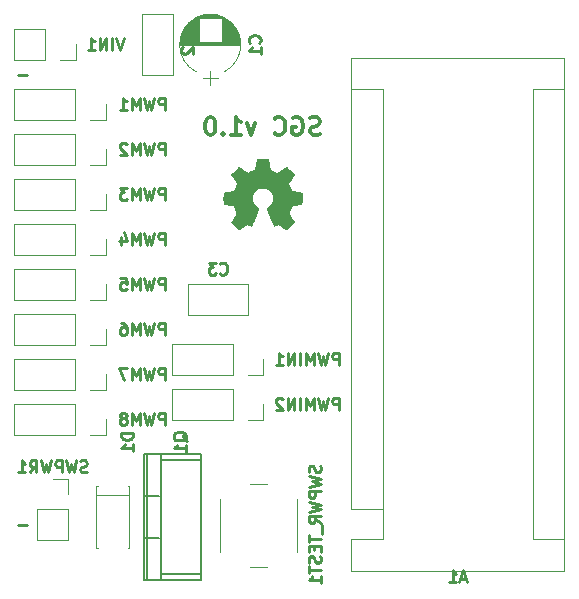
<source format=gbr>
G04 #@! TF.GenerationSoftware,KiCad,Pcbnew,(5.0.0)*
G04 #@! TF.CreationDate,2019-02-06T16:41:10-08:00*
G04 #@! TF.ProjectId,controller,636F6E74726F6C6C65722E6B69636164,rev?*
G04 #@! TF.SameCoordinates,Original*
G04 #@! TF.FileFunction,Legend,Bot*
G04 #@! TF.FilePolarity,Positive*
%FSLAX46Y46*%
G04 Gerber Fmt 4.6, Leading zero omitted, Abs format (unit mm)*
G04 Created by KiCad (PCBNEW (5.0.0)) date 02/06/19 16:41:10*
%MOMM*%
%LPD*%
G01*
G04 APERTURE LIST*
%ADD10C,0.250000*%
%ADD11C,0.300000*%
%ADD12C,0.120000*%
%ADD13C,0.150000*%
%ADD14C,0.010000*%
G04 APERTURE END LIST*
D10*
X2285952Y-43886428D02*
X1524047Y-43886428D01*
X2285952Y-5786428D02*
X1524047Y-5786428D01*
D11*
X27082142Y-10767142D02*
X26867857Y-10838571D01*
X26510714Y-10838571D01*
X26367857Y-10767142D01*
X26296428Y-10695714D01*
X26225000Y-10552857D01*
X26225000Y-10410000D01*
X26296428Y-10267142D01*
X26367857Y-10195714D01*
X26510714Y-10124285D01*
X26796428Y-10052857D01*
X26939285Y-9981428D01*
X27010714Y-9910000D01*
X27082142Y-9767142D01*
X27082142Y-9624285D01*
X27010714Y-9481428D01*
X26939285Y-9410000D01*
X26796428Y-9338571D01*
X26439285Y-9338571D01*
X26225000Y-9410000D01*
X24796428Y-9410000D02*
X24939285Y-9338571D01*
X25153571Y-9338571D01*
X25367857Y-9410000D01*
X25510714Y-9552857D01*
X25582142Y-9695714D01*
X25653571Y-9981428D01*
X25653571Y-10195714D01*
X25582142Y-10481428D01*
X25510714Y-10624285D01*
X25367857Y-10767142D01*
X25153571Y-10838571D01*
X25010714Y-10838571D01*
X24796428Y-10767142D01*
X24725000Y-10695714D01*
X24725000Y-10195714D01*
X25010714Y-10195714D01*
X23225000Y-10695714D02*
X23296428Y-10767142D01*
X23510714Y-10838571D01*
X23653571Y-10838571D01*
X23867857Y-10767142D01*
X24010714Y-10624285D01*
X24082142Y-10481428D01*
X24153571Y-10195714D01*
X24153571Y-9981428D01*
X24082142Y-9695714D01*
X24010714Y-9552857D01*
X23867857Y-9410000D01*
X23653571Y-9338571D01*
X23510714Y-9338571D01*
X23296428Y-9410000D01*
X23225000Y-9481428D01*
X21582142Y-9838571D02*
X21225000Y-10838571D01*
X20867857Y-9838571D01*
X19510714Y-10838571D02*
X20367857Y-10838571D01*
X19939285Y-10838571D02*
X19939285Y-9338571D01*
X20082142Y-9552857D01*
X20225000Y-9695714D01*
X20367857Y-9767142D01*
X18867857Y-10695714D02*
X18796428Y-10767142D01*
X18867857Y-10838571D01*
X18939285Y-10767142D01*
X18867857Y-10695714D01*
X18867857Y-10838571D01*
X17867857Y-9338571D02*
X17725000Y-9338571D01*
X17582142Y-9410000D01*
X17510714Y-9481428D01*
X17439285Y-9624285D01*
X17367857Y-9910000D01*
X17367857Y-10267142D01*
X17439285Y-10552857D01*
X17510714Y-10695714D01*
X17582142Y-10767142D01*
X17725000Y-10838571D01*
X17867857Y-10838571D01*
X18010714Y-10767142D01*
X18082142Y-10695714D01*
X18153571Y-10552857D01*
X18225000Y-10267142D01*
X18225000Y-9910000D01*
X18153571Y-9624285D01*
X18082142Y-9481428D01*
X18010714Y-9410000D01*
X17867857Y-9338571D01*
D12*
G04 #@! TO.C,A1*
X47755000Y-47755000D02*
X29715000Y-47755000D01*
X47755000Y-4315000D02*
X47755000Y-47755000D01*
X29715000Y-4315000D02*
X47755000Y-4315000D01*
X32385000Y-6985000D02*
X29715000Y-6985000D01*
X32385000Y-42545000D02*
X32385000Y-6985000D01*
X32385000Y-42545000D02*
X29715000Y-42545000D01*
X45085000Y-6985000D02*
X47755000Y-6985000D01*
X45085000Y-45085000D02*
X45085000Y-6985000D01*
X45085000Y-45085000D02*
X47755000Y-45085000D01*
X29715000Y-47755000D02*
X29715000Y-45085000D01*
X29715000Y-42545000D02*
X29715000Y-4315000D01*
X32385000Y-45085000D02*
X29715000Y-45085000D01*
X32385000Y-42545000D02*
X32385000Y-45085000D01*
G04 #@! TO.C,C1*
X18430000Y-6045000D02*
X17130000Y-6045000D01*
X17780000Y-6645000D02*
X17780000Y-5445000D01*
X18134000Y-634000D02*
X17426000Y-634000D01*
X18339000Y-674000D02*
X17221000Y-674000D01*
X18487000Y-714000D02*
X17073000Y-714000D01*
X18609000Y-754000D02*
X16951000Y-754000D01*
X18714000Y-794000D02*
X16846000Y-794000D01*
X18808000Y-834000D02*
X16752000Y-834000D01*
X18892000Y-874000D02*
X16668000Y-874000D01*
X18969000Y-914000D02*
X16591000Y-914000D01*
X19041000Y-954000D02*
X16519000Y-954000D01*
X16800000Y-994000D02*
X16453000Y-994000D01*
X19107000Y-994000D02*
X18760000Y-994000D01*
X16800000Y-1034000D02*
X16390000Y-1034000D01*
X19170000Y-1034000D02*
X18760000Y-1034000D01*
X16800000Y-1074000D02*
X16332000Y-1074000D01*
X19228000Y-1074000D02*
X18760000Y-1074000D01*
X16800000Y-1114000D02*
X16276000Y-1114000D01*
X19284000Y-1114000D02*
X18760000Y-1114000D01*
X16800000Y-1154000D02*
X16224000Y-1154000D01*
X19336000Y-1154000D02*
X18760000Y-1154000D01*
X16800000Y-1194000D02*
X16174000Y-1194000D01*
X19386000Y-1194000D02*
X18760000Y-1194000D01*
X16800000Y-1234000D02*
X16126000Y-1234000D01*
X19434000Y-1234000D02*
X18760000Y-1234000D01*
X16800000Y-1274000D02*
X16081000Y-1274000D01*
X19479000Y-1274000D02*
X18760000Y-1274000D01*
X16800000Y-1314000D02*
X16038000Y-1314000D01*
X19522000Y-1314000D02*
X18760000Y-1314000D01*
X16800000Y-1354000D02*
X15997000Y-1354000D01*
X19563000Y-1354000D02*
X18760000Y-1354000D01*
X16800000Y-1394000D02*
X15957000Y-1394000D01*
X19603000Y-1394000D02*
X18760000Y-1394000D01*
X16800000Y-1434000D02*
X15919000Y-1434000D01*
X19641000Y-1434000D02*
X18760000Y-1434000D01*
X16800000Y-1474000D02*
X15883000Y-1474000D01*
X19677000Y-1474000D02*
X18760000Y-1474000D01*
X16800000Y-1514000D02*
X15848000Y-1514000D01*
X19712000Y-1514000D02*
X18760000Y-1514000D01*
X16800000Y-1554000D02*
X15815000Y-1554000D01*
X19745000Y-1554000D02*
X18760000Y-1554000D01*
X16800000Y-1594000D02*
X15783000Y-1594000D01*
X19777000Y-1594000D02*
X18760000Y-1594000D01*
X16800000Y-1634000D02*
X15752000Y-1634000D01*
X19808000Y-1634000D02*
X18760000Y-1634000D01*
X16800000Y-1674000D02*
X15722000Y-1674000D01*
X19838000Y-1674000D02*
X18760000Y-1674000D01*
X16800000Y-1714000D02*
X15694000Y-1714000D01*
X19866000Y-1714000D02*
X18760000Y-1714000D01*
X16800000Y-1754000D02*
X15667000Y-1754000D01*
X19893000Y-1754000D02*
X18760000Y-1754000D01*
X16800000Y-1794000D02*
X15640000Y-1794000D01*
X19920000Y-1794000D02*
X18760000Y-1794000D01*
X16800000Y-1834000D02*
X15615000Y-1834000D01*
X19945000Y-1834000D02*
X18760000Y-1834000D01*
X16800000Y-1874000D02*
X15591000Y-1874000D01*
X19969000Y-1874000D02*
X18760000Y-1874000D01*
X16800000Y-1914000D02*
X15568000Y-1914000D01*
X19992000Y-1914000D02*
X18760000Y-1914000D01*
X16800000Y-1954000D02*
X15546000Y-1954000D01*
X20014000Y-1954000D02*
X18760000Y-1954000D01*
X16800000Y-1994000D02*
X15524000Y-1994000D01*
X20036000Y-1994000D02*
X18760000Y-1994000D01*
X16800000Y-2034000D02*
X15504000Y-2034000D01*
X20056000Y-2034000D02*
X18760000Y-2034000D01*
X16800000Y-2074000D02*
X15484000Y-2074000D01*
X20076000Y-2074000D02*
X18760000Y-2074000D01*
X16800000Y-2114000D02*
X15465000Y-2114000D01*
X20095000Y-2114000D02*
X18760000Y-2114000D01*
X16800000Y-2154000D02*
X15447000Y-2154000D01*
X20113000Y-2154000D02*
X18760000Y-2154000D01*
X16800000Y-2194000D02*
X15430000Y-2194000D01*
X20130000Y-2194000D02*
X18760000Y-2194000D01*
X16800000Y-2234000D02*
X15414000Y-2234000D01*
X20146000Y-2234000D02*
X18760000Y-2234000D01*
X16800000Y-2274000D02*
X15398000Y-2274000D01*
X20162000Y-2274000D02*
X18760000Y-2274000D01*
X16800000Y-2314000D02*
X15384000Y-2314000D01*
X20176000Y-2314000D02*
X18760000Y-2314000D01*
X16800000Y-2354000D02*
X15370000Y-2354000D01*
X20190000Y-2354000D02*
X18760000Y-2354000D01*
X16800000Y-2394000D02*
X15356000Y-2394000D01*
X20204000Y-2394000D02*
X18760000Y-2394000D01*
X16800000Y-2434000D02*
X15344000Y-2434000D01*
X20216000Y-2434000D02*
X18760000Y-2434000D01*
X16800000Y-2474000D02*
X15332000Y-2474000D01*
X20228000Y-2474000D02*
X18760000Y-2474000D01*
X16800000Y-2515000D02*
X15320000Y-2515000D01*
X20240000Y-2515000D02*
X18760000Y-2515000D01*
X16800000Y-2555000D02*
X15310000Y-2555000D01*
X20250000Y-2555000D02*
X18760000Y-2555000D01*
X16800000Y-2595000D02*
X15300000Y-2595000D01*
X20260000Y-2595000D02*
X18760000Y-2595000D01*
X16800000Y-2635000D02*
X15291000Y-2635000D01*
X20269000Y-2635000D02*
X18760000Y-2635000D01*
X16800000Y-2675000D02*
X15282000Y-2675000D01*
X20278000Y-2675000D02*
X18760000Y-2675000D01*
X16800000Y-2715000D02*
X15274000Y-2715000D01*
X20286000Y-2715000D02*
X18760000Y-2715000D01*
X16800000Y-2755000D02*
X15267000Y-2755000D01*
X20293000Y-2755000D02*
X18760000Y-2755000D01*
X16800000Y-2795000D02*
X15261000Y-2795000D01*
X20299000Y-2795000D02*
X18760000Y-2795000D01*
X16800000Y-2835000D02*
X15255000Y-2835000D01*
X20305000Y-2835000D02*
X18760000Y-2835000D01*
X16800000Y-2875000D02*
X15249000Y-2875000D01*
X20311000Y-2875000D02*
X18760000Y-2875000D01*
X16800000Y-2915000D02*
X15245000Y-2915000D01*
X20315000Y-2915000D02*
X18760000Y-2915000D01*
X20319000Y-2955000D02*
X15241000Y-2955000D01*
X20323000Y-2995000D02*
X15237000Y-2995000D01*
X20326000Y-3035000D02*
X15234000Y-3035000D01*
X20328000Y-3075000D02*
X15232000Y-3075000D01*
X20329000Y-3115000D02*
X15231000Y-3115000D01*
X20330000Y-3155000D02*
X15230000Y-3155000D01*
X20330000Y-3195000D02*
X15230000Y-3195000D01*
X16600277Y-889278D02*
G75*
G02X18960000Y-889420I1179723J-2305722D01*
G01*
X16600277Y-889278D02*
G75*
G03X16600000Y-5500580I1179723J-2305722D01*
G01*
X18959723Y-889278D02*
G75*
G02X18960000Y-5500580I-1179723J-2305722D01*
G01*
G04 #@! TO.C,C2*
X14645000Y-5755000D02*
X14645000Y-635000D01*
X12025000Y-5755000D02*
X12025000Y-635000D01*
X14645000Y-5755000D02*
X12025000Y-5755000D01*
X14645000Y-635000D02*
X12025000Y-635000D01*
G04 #@! TO.C,C3*
X15875000Y-23455000D02*
X15875000Y-26075000D01*
X20995000Y-23455000D02*
X20995000Y-26075000D01*
X20995000Y-26075000D02*
X15875000Y-26075000D01*
X20995000Y-23455000D02*
X15875000Y-23455000D01*
D13*
G04 #@! TO.C,Q1*
X12192000Y-48514000D02*
X12192000Y-37846000D01*
X12192000Y-48514000D02*
X17018000Y-48514000D01*
X12192000Y-37846000D02*
X17018000Y-37846000D01*
X17018000Y-48514000D02*
X17018000Y-37846000D01*
X13589000Y-37846000D02*
X13589000Y-48514000D01*
X13462000Y-41402000D02*
X12192000Y-41402000D01*
X13462000Y-44958000D02*
X12192000Y-44958000D01*
X12446000Y-48514000D02*
X12446000Y-37846000D01*
X13589000Y-38354000D02*
X17018000Y-38354000D01*
X13589000Y-48006000D02*
X17018000Y-48006000D01*
D12*
G04 #@! TO.C,D1*
X8245000Y-40520000D02*
X8115000Y-40520000D01*
X8115000Y-40520000D02*
X8115000Y-45840000D01*
X8115000Y-45840000D02*
X8245000Y-45840000D01*
X10805000Y-40520000D02*
X10935000Y-40520000D01*
X10935000Y-40520000D02*
X10935000Y-45840000D01*
X10935000Y-45840000D02*
X10805000Y-45840000D01*
X8115000Y-41360000D02*
X10935000Y-41360000D01*
G04 #@! TO.C,PWM1*
X1210000Y-9585000D02*
X1210000Y-6925000D01*
X6350000Y-9585000D02*
X1210000Y-9585000D01*
X6350000Y-6925000D02*
X1210000Y-6925000D01*
X6350000Y-9585000D02*
X6350000Y-6925000D01*
X7620000Y-9585000D02*
X8950000Y-9585000D01*
X8950000Y-9585000D02*
X8950000Y-8255000D01*
G04 #@! TO.C,PWM2*
X8950000Y-13395000D02*
X8950000Y-12065000D01*
X7620000Y-13395000D02*
X8950000Y-13395000D01*
X6350000Y-13395000D02*
X6350000Y-10735000D01*
X6350000Y-10735000D02*
X1210000Y-10735000D01*
X6350000Y-13395000D02*
X1210000Y-13395000D01*
X1210000Y-13395000D02*
X1210000Y-10735000D01*
G04 #@! TO.C,PWM3*
X1210000Y-17205000D02*
X1210000Y-14545000D01*
X6350000Y-17205000D02*
X1210000Y-17205000D01*
X6350000Y-14545000D02*
X1210000Y-14545000D01*
X6350000Y-17205000D02*
X6350000Y-14545000D01*
X7620000Y-17205000D02*
X8950000Y-17205000D01*
X8950000Y-17205000D02*
X8950000Y-15875000D01*
G04 #@! TO.C,PWM4*
X8950000Y-21015000D02*
X8950000Y-19685000D01*
X7620000Y-21015000D02*
X8950000Y-21015000D01*
X6350000Y-21015000D02*
X6350000Y-18355000D01*
X6350000Y-18355000D02*
X1210000Y-18355000D01*
X6350000Y-21015000D02*
X1210000Y-21015000D01*
X1210000Y-21015000D02*
X1210000Y-18355000D01*
G04 #@! TO.C,PWM5*
X1210000Y-24825000D02*
X1210000Y-22165000D01*
X6350000Y-24825000D02*
X1210000Y-24825000D01*
X6350000Y-22165000D02*
X1210000Y-22165000D01*
X6350000Y-24825000D02*
X6350000Y-22165000D01*
X7620000Y-24825000D02*
X8950000Y-24825000D01*
X8950000Y-24825000D02*
X8950000Y-23495000D01*
G04 #@! TO.C,PWM6*
X8950000Y-28635000D02*
X8950000Y-27305000D01*
X7620000Y-28635000D02*
X8950000Y-28635000D01*
X6350000Y-28635000D02*
X6350000Y-25975000D01*
X6350000Y-25975000D02*
X1210000Y-25975000D01*
X6350000Y-28635000D02*
X1210000Y-28635000D01*
X1210000Y-28635000D02*
X1210000Y-25975000D01*
G04 #@! TO.C,PWM7*
X8950000Y-32445000D02*
X8950000Y-31115000D01*
X7620000Y-32445000D02*
X8950000Y-32445000D01*
X6350000Y-32445000D02*
X6350000Y-29785000D01*
X6350000Y-29785000D02*
X1210000Y-29785000D01*
X6350000Y-32445000D02*
X1210000Y-32445000D01*
X1210000Y-32445000D02*
X1210000Y-29785000D01*
G04 #@! TO.C,PWM8*
X1210000Y-36255000D02*
X1210000Y-33595000D01*
X6350000Y-36255000D02*
X1210000Y-36255000D01*
X6350000Y-33595000D02*
X1210000Y-33595000D01*
X6350000Y-36255000D02*
X6350000Y-33595000D01*
X7620000Y-36255000D02*
X8950000Y-36255000D01*
X8950000Y-36255000D02*
X8950000Y-34925000D01*
G04 #@! TO.C,PWMIN1*
X14545000Y-31175000D02*
X14545000Y-28515000D01*
X19685000Y-31175000D02*
X14545000Y-31175000D01*
X19685000Y-28515000D02*
X14545000Y-28515000D01*
X19685000Y-31175000D02*
X19685000Y-28515000D01*
X20955000Y-31175000D02*
X22285000Y-31175000D01*
X22285000Y-31175000D02*
X22285000Y-29845000D01*
G04 #@! TO.C,PWMIN2*
X22285000Y-34985000D02*
X22285000Y-33655000D01*
X20955000Y-34985000D02*
X22285000Y-34985000D01*
X19685000Y-34985000D02*
X19685000Y-32325000D01*
X19685000Y-32325000D02*
X14545000Y-32325000D01*
X19685000Y-34985000D02*
X14545000Y-34985000D01*
X14545000Y-34985000D02*
X14545000Y-32325000D01*
G04 #@! TO.C,SWPWR1*
X5775000Y-39945000D02*
X4445000Y-39945000D01*
X5775000Y-41275000D02*
X5775000Y-39945000D01*
X5775000Y-42545000D02*
X3115000Y-42545000D01*
X3115000Y-42545000D02*
X3115000Y-45145000D01*
X5775000Y-42545000D02*
X5775000Y-45145000D01*
X5775000Y-45145000D02*
X3115000Y-45145000D01*
G04 #@! TO.C,SWPWR_TEST1*
X22630000Y-47390000D02*
X21130000Y-47390000D01*
X18630000Y-46140000D02*
X18630000Y-41640000D01*
X21130000Y-40390000D02*
X22630000Y-40390000D01*
X25130000Y-41640000D02*
X25130000Y-46140000D01*
G04 #@! TO.C,VIN1*
X1210000Y-4505000D02*
X1210000Y-1845000D01*
X3810000Y-4505000D02*
X1210000Y-4505000D01*
X3810000Y-1845000D02*
X1210000Y-1845000D01*
X3810000Y-4505000D02*
X3810000Y-1845000D01*
X5080000Y-4505000D02*
X6410000Y-4505000D01*
X6410000Y-4505000D02*
X6410000Y-3175000D01*
D14*
G04 #@! TO.C,REF\002A\002A\002A*
G36*
X21669186Y-13343931D02*
X21585365Y-13788555D01*
X21276080Y-13916053D01*
X20966794Y-14043551D01*
X20595754Y-13791246D01*
X20491843Y-13720996D01*
X20397913Y-13658272D01*
X20318348Y-13605938D01*
X20257530Y-13566857D01*
X20219843Y-13543893D01*
X20209579Y-13538942D01*
X20191090Y-13551676D01*
X20151580Y-13586882D01*
X20095478Y-13640062D01*
X20027213Y-13706718D01*
X19951214Y-13782354D01*
X19871908Y-13862472D01*
X19793725Y-13942574D01*
X19721093Y-14018164D01*
X19658441Y-14084745D01*
X19610197Y-14137818D01*
X19580790Y-14172887D01*
X19573759Y-14184623D01*
X19583877Y-14206260D01*
X19612241Y-14253662D01*
X19655871Y-14322193D01*
X19711782Y-14407215D01*
X19776994Y-14504093D01*
X19814781Y-14559350D01*
X19883657Y-14660248D01*
X19944860Y-14751299D01*
X19995422Y-14827970D01*
X20032372Y-14885728D01*
X20052742Y-14920043D01*
X20055803Y-14927254D01*
X20048864Y-14947748D01*
X20029949Y-14995513D01*
X20001913Y-15063832D01*
X19967609Y-15145989D01*
X19929891Y-15235270D01*
X19891613Y-15324958D01*
X19855630Y-15408338D01*
X19824794Y-15478694D01*
X19801961Y-15529310D01*
X19789983Y-15553471D01*
X19789276Y-15554422D01*
X19770469Y-15559036D01*
X19720382Y-15569328D01*
X19644207Y-15584287D01*
X19547135Y-15602901D01*
X19434357Y-15624159D01*
X19368558Y-15636418D01*
X19248050Y-15659362D01*
X19139203Y-15681195D01*
X19047524Y-15700722D01*
X18978519Y-15716748D01*
X18937696Y-15728079D01*
X18929489Y-15731674D01*
X18921452Y-15756006D01*
X18914967Y-15810959D01*
X18910030Y-15890108D01*
X18906636Y-15987026D01*
X18904782Y-16095287D01*
X18904462Y-16208465D01*
X18905673Y-16320135D01*
X18908410Y-16423868D01*
X18912669Y-16513241D01*
X18918445Y-16581826D01*
X18925733Y-16623197D01*
X18930105Y-16631810D01*
X18956236Y-16642133D01*
X19011607Y-16656892D01*
X19088893Y-16674352D01*
X19180770Y-16692780D01*
X19212842Y-16698741D01*
X19367476Y-16727066D01*
X19489625Y-16749876D01*
X19583327Y-16768080D01*
X19652616Y-16782583D01*
X19701529Y-16794292D01*
X19734103Y-16804115D01*
X19754372Y-16812956D01*
X19766374Y-16821724D01*
X19768053Y-16823457D01*
X19784816Y-16851371D01*
X19810386Y-16905695D01*
X19842212Y-16979777D01*
X19877740Y-17066965D01*
X19914417Y-17160608D01*
X19949689Y-17254052D01*
X19981004Y-17340647D01*
X20005807Y-17413740D01*
X20021546Y-17466678D01*
X20025668Y-17492811D01*
X20025324Y-17493726D01*
X20011359Y-17515086D01*
X19979678Y-17562084D01*
X19933609Y-17629827D01*
X19876482Y-17713423D01*
X19811627Y-17807982D01*
X19793157Y-17834854D01*
X19727301Y-17932275D01*
X19669350Y-18021163D01*
X19622462Y-18096412D01*
X19589793Y-18152920D01*
X19574500Y-18185581D01*
X19573759Y-18189593D01*
X19586608Y-18210684D01*
X19622112Y-18252464D01*
X19675707Y-18310445D01*
X19742829Y-18380135D01*
X19818913Y-18457045D01*
X19899396Y-18536683D01*
X19979713Y-18614561D01*
X20055301Y-18686186D01*
X20121595Y-18747070D01*
X20174031Y-18792721D01*
X20208045Y-18818650D01*
X20217455Y-18822883D01*
X20239357Y-18812912D01*
X20284200Y-18786020D01*
X20344679Y-18746736D01*
X20391211Y-18715117D01*
X20475525Y-18657098D01*
X20575374Y-18588784D01*
X20675527Y-18520579D01*
X20729373Y-18484075D01*
X20911629Y-18360800D01*
X21064619Y-18443520D01*
X21134318Y-18479759D01*
X21193586Y-18507926D01*
X21233689Y-18523991D01*
X21243897Y-18526226D01*
X21256171Y-18509722D01*
X21280387Y-18463082D01*
X21314737Y-18390609D01*
X21357412Y-18296606D01*
X21406606Y-18185374D01*
X21460510Y-18061215D01*
X21517316Y-17928432D01*
X21575218Y-17791327D01*
X21632407Y-17654202D01*
X21687076Y-17521358D01*
X21737416Y-17397098D01*
X21781620Y-17285725D01*
X21817881Y-17191539D01*
X21844391Y-17118844D01*
X21859342Y-17071941D01*
X21861746Y-17055833D01*
X21842689Y-17035286D01*
X21800964Y-17001933D01*
X21745294Y-16962702D01*
X21740622Y-16959599D01*
X21596736Y-16844423D01*
X21480717Y-16710053D01*
X21393570Y-16560784D01*
X21336301Y-16400913D01*
X21309914Y-16234737D01*
X21315415Y-16066552D01*
X21353810Y-15900655D01*
X21426105Y-15741342D01*
X21447374Y-15706487D01*
X21558004Y-15565737D01*
X21688698Y-15452714D01*
X21834936Y-15368003D01*
X21992192Y-15312194D01*
X22155943Y-15285874D01*
X22321667Y-15289630D01*
X22484838Y-15324050D01*
X22640935Y-15389723D01*
X22785433Y-15487235D01*
X22830131Y-15526813D01*
X22943888Y-15650703D01*
X23026782Y-15781124D01*
X23083644Y-15927315D01*
X23115313Y-16072088D01*
X23123131Y-16234860D01*
X23097062Y-16398440D01*
X23039755Y-16557298D01*
X22953856Y-16705906D01*
X22842014Y-16838735D01*
X22706877Y-16950256D01*
X22689117Y-16962011D01*
X22632850Y-17000508D01*
X22590077Y-17033863D01*
X22569628Y-17055160D01*
X22569331Y-17055833D01*
X22573721Y-17078871D01*
X22591124Y-17131157D01*
X22619732Y-17208390D01*
X22657735Y-17306268D01*
X22703326Y-17420491D01*
X22754697Y-17546758D01*
X22810038Y-17680767D01*
X22867542Y-17818218D01*
X22925399Y-17954808D01*
X22981802Y-18086237D01*
X23034942Y-18208205D01*
X23083010Y-18316409D01*
X23124199Y-18406549D01*
X23156699Y-18474323D01*
X23178703Y-18515430D01*
X23187564Y-18526226D01*
X23214640Y-18517819D01*
X23265303Y-18495272D01*
X23330817Y-18462613D01*
X23366841Y-18443520D01*
X23519832Y-18360800D01*
X23702088Y-18484075D01*
X23795125Y-18547228D01*
X23896985Y-18616727D01*
X23992438Y-18682165D01*
X24040250Y-18715117D01*
X24107495Y-18760273D01*
X24164436Y-18796057D01*
X24203646Y-18817938D01*
X24216381Y-18822563D01*
X24234917Y-18810085D01*
X24275941Y-18775252D01*
X24335475Y-18721678D01*
X24409542Y-18652983D01*
X24494165Y-18572781D01*
X24547685Y-18521286D01*
X24641319Y-18429286D01*
X24722241Y-18346999D01*
X24787177Y-18277945D01*
X24832858Y-18225644D01*
X24856011Y-18193616D01*
X24858232Y-18187116D01*
X24847924Y-18162394D01*
X24819439Y-18112405D01*
X24775937Y-18042212D01*
X24720577Y-17956875D01*
X24656520Y-17861456D01*
X24638303Y-17834854D01*
X24571927Y-17738167D01*
X24512378Y-17651117D01*
X24462984Y-17578595D01*
X24427075Y-17525493D01*
X24407981Y-17496703D01*
X24406136Y-17493726D01*
X24408895Y-17470782D01*
X24423538Y-17420336D01*
X24447513Y-17349041D01*
X24478266Y-17263547D01*
X24513244Y-17170507D01*
X24549893Y-17076574D01*
X24585661Y-16988399D01*
X24617994Y-16912634D01*
X24644338Y-16855931D01*
X24662142Y-16824943D01*
X24663407Y-16823457D01*
X24674294Y-16814601D01*
X24692682Y-16805843D01*
X24722606Y-16796277D01*
X24768103Y-16784996D01*
X24833209Y-16771093D01*
X24921961Y-16753663D01*
X25038393Y-16731798D01*
X25186542Y-16704591D01*
X25218618Y-16698741D01*
X25313686Y-16680374D01*
X25396565Y-16662405D01*
X25459930Y-16646569D01*
X25496458Y-16634600D01*
X25501356Y-16631810D01*
X25509427Y-16607072D01*
X25515987Y-16551790D01*
X25521033Y-16472389D01*
X25524559Y-16375296D01*
X25526561Y-16266938D01*
X25527036Y-16153740D01*
X25525977Y-16042128D01*
X25523382Y-15938529D01*
X25519246Y-15849368D01*
X25513563Y-15781072D01*
X25506331Y-15740066D01*
X25501971Y-15731674D01*
X25477698Y-15723208D01*
X25422426Y-15709435D01*
X25341662Y-15691550D01*
X25240912Y-15670748D01*
X25125683Y-15648223D01*
X25062902Y-15636418D01*
X24943787Y-15614151D01*
X24837565Y-15593979D01*
X24749427Y-15576915D01*
X24684566Y-15563969D01*
X24648174Y-15556155D01*
X24642184Y-15554422D01*
X24632061Y-15534890D01*
X24610662Y-15487843D01*
X24580839Y-15420003D01*
X24545445Y-15338091D01*
X24507332Y-15248828D01*
X24469353Y-15158935D01*
X24434360Y-15075135D01*
X24405206Y-15004147D01*
X24384743Y-14952694D01*
X24375823Y-14927497D01*
X24375657Y-14926396D01*
X24385769Y-14906519D01*
X24414117Y-14860777D01*
X24457723Y-14793717D01*
X24513606Y-14709884D01*
X24578787Y-14613826D01*
X24616679Y-14558650D01*
X24685725Y-14457481D01*
X24747050Y-14365630D01*
X24797663Y-14287744D01*
X24834571Y-14228469D01*
X24854782Y-14192451D01*
X24857701Y-14184377D01*
X24845153Y-14165584D01*
X24810463Y-14125457D01*
X24758063Y-14068493D01*
X24692384Y-13999185D01*
X24617856Y-13922031D01*
X24538913Y-13841525D01*
X24459983Y-13762163D01*
X24385500Y-13688440D01*
X24319894Y-13624852D01*
X24267596Y-13575894D01*
X24233039Y-13546061D01*
X24221478Y-13538942D01*
X24202654Y-13548953D01*
X24157631Y-13577078D01*
X24090787Y-13620454D01*
X24006499Y-13676218D01*
X23909144Y-13741506D01*
X23835707Y-13791246D01*
X23464667Y-14043551D01*
X22846095Y-13788555D01*
X22762275Y-13343931D01*
X22678454Y-12899307D01*
X21753006Y-12899307D01*
X21669186Y-13343931D01*
X21669186Y-13343931D01*
G37*
X21669186Y-13343931D02*
X21585365Y-13788555D01*
X21276080Y-13916053D01*
X20966794Y-14043551D01*
X20595754Y-13791246D01*
X20491843Y-13720996D01*
X20397913Y-13658272D01*
X20318348Y-13605938D01*
X20257530Y-13566857D01*
X20219843Y-13543893D01*
X20209579Y-13538942D01*
X20191090Y-13551676D01*
X20151580Y-13586882D01*
X20095478Y-13640062D01*
X20027213Y-13706718D01*
X19951214Y-13782354D01*
X19871908Y-13862472D01*
X19793725Y-13942574D01*
X19721093Y-14018164D01*
X19658441Y-14084745D01*
X19610197Y-14137818D01*
X19580790Y-14172887D01*
X19573759Y-14184623D01*
X19583877Y-14206260D01*
X19612241Y-14253662D01*
X19655871Y-14322193D01*
X19711782Y-14407215D01*
X19776994Y-14504093D01*
X19814781Y-14559350D01*
X19883657Y-14660248D01*
X19944860Y-14751299D01*
X19995422Y-14827970D01*
X20032372Y-14885728D01*
X20052742Y-14920043D01*
X20055803Y-14927254D01*
X20048864Y-14947748D01*
X20029949Y-14995513D01*
X20001913Y-15063832D01*
X19967609Y-15145989D01*
X19929891Y-15235270D01*
X19891613Y-15324958D01*
X19855630Y-15408338D01*
X19824794Y-15478694D01*
X19801961Y-15529310D01*
X19789983Y-15553471D01*
X19789276Y-15554422D01*
X19770469Y-15559036D01*
X19720382Y-15569328D01*
X19644207Y-15584287D01*
X19547135Y-15602901D01*
X19434357Y-15624159D01*
X19368558Y-15636418D01*
X19248050Y-15659362D01*
X19139203Y-15681195D01*
X19047524Y-15700722D01*
X18978519Y-15716748D01*
X18937696Y-15728079D01*
X18929489Y-15731674D01*
X18921452Y-15756006D01*
X18914967Y-15810959D01*
X18910030Y-15890108D01*
X18906636Y-15987026D01*
X18904782Y-16095287D01*
X18904462Y-16208465D01*
X18905673Y-16320135D01*
X18908410Y-16423868D01*
X18912669Y-16513241D01*
X18918445Y-16581826D01*
X18925733Y-16623197D01*
X18930105Y-16631810D01*
X18956236Y-16642133D01*
X19011607Y-16656892D01*
X19088893Y-16674352D01*
X19180770Y-16692780D01*
X19212842Y-16698741D01*
X19367476Y-16727066D01*
X19489625Y-16749876D01*
X19583327Y-16768080D01*
X19652616Y-16782583D01*
X19701529Y-16794292D01*
X19734103Y-16804115D01*
X19754372Y-16812956D01*
X19766374Y-16821724D01*
X19768053Y-16823457D01*
X19784816Y-16851371D01*
X19810386Y-16905695D01*
X19842212Y-16979777D01*
X19877740Y-17066965D01*
X19914417Y-17160608D01*
X19949689Y-17254052D01*
X19981004Y-17340647D01*
X20005807Y-17413740D01*
X20021546Y-17466678D01*
X20025668Y-17492811D01*
X20025324Y-17493726D01*
X20011359Y-17515086D01*
X19979678Y-17562084D01*
X19933609Y-17629827D01*
X19876482Y-17713423D01*
X19811627Y-17807982D01*
X19793157Y-17834854D01*
X19727301Y-17932275D01*
X19669350Y-18021163D01*
X19622462Y-18096412D01*
X19589793Y-18152920D01*
X19574500Y-18185581D01*
X19573759Y-18189593D01*
X19586608Y-18210684D01*
X19622112Y-18252464D01*
X19675707Y-18310445D01*
X19742829Y-18380135D01*
X19818913Y-18457045D01*
X19899396Y-18536683D01*
X19979713Y-18614561D01*
X20055301Y-18686186D01*
X20121595Y-18747070D01*
X20174031Y-18792721D01*
X20208045Y-18818650D01*
X20217455Y-18822883D01*
X20239357Y-18812912D01*
X20284200Y-18786020D01*
X20344679Y-18746736D01*
X20391211Y-18715117D01*
X20475525Y-18657098D01*
X20575374Y-18588784D01*
X20675527Y-18520579D01*
X20729373Y-18484075D01*
X20911629Y-18360800D01*
X21064619Y-18443520D01*
X21134318Y-18479759D01*
X21193586Y-18507926D01*
X21233689Y-18523991D01*
X21243897Y-18526226D01*
X21256171Y-18509722D01*
X21280387Y-18463082D01*
X21314737Y-18390609D01*
X21357412Y-18296606D01*
X21406606Y-18185374D01*
X21460510Y-18061215D01*
X21517316Y-17928432D01*
X21575218Y-17791327D01*
X21632407Y-17654202D01*
X21687076Y-17521358D01*
X21737416Y-17397098D01*
X21781620Y-17285725D01*
X21817881Y-17191539D01*
X21844391Y-17118844D01*
X21859342Y-17071941D01*
X21861746Y-17055833D01*
X21842689Y-17035286D01*
X21800964Y-17001933D01*
X21745294Y-16962702D01*
X21740622Y-16959599D01*
X21596736Y-16844423D01*
X21480717Y-16710053D01*
X21393570Y-16560784D01*
X21336301Y-16400913D01*
X21309914Y-16234737D01*
X21315415Y-16066552D01*
X21353810Y-15900655D01*
X21426105Y-15741342D01*
X21447374Y-15706487D01*
X21558004Y-15565737D01*
X21688698Y-15452714D01*
X21834936Y-15368003D01*
X21992192Y-15312194D01*
X22155943Y-15285874D01*
X22321667Y-15289630D01*
X22484838Y-15324050D01*
X22640935Y-15389723D01*
X22785433Y-15487235D01*
X22830131Y-15526813D01*
X22943888Y-15650703D01*
X23026782Y-15781124D01*
X23083644Y-15927315D01*
X23115313Y-16072088D01*
X23123131Y-16234860D01*
X23097062Y-16398440D01*
X23039755Y-16557298D01*
X22953856Y-16705906D01*
X22842014Y-16838735D01*
X22706877Y-16950256D01*
X22689117Y-16962011D01*
X22632850Y-17000508D01*
X22590077Y-17033863D01*
X22569628Y-17055160D01*
X22569331Y-17055833D01*
X22573721Y-17078871D01*
X22591124Y-17131157D01*
X22619732Y-17208390D01*
X22657735Y-17306268D01*
X22703326Y-17420491D01*
X22754697Y-17546758D01*
X22810038Y-17680767D01*
X22867542Y-17818218D01*
X22925399Y-17954808D01*
X22981802Y-18086237D01*
X23034942Y-18208205D01*
X23083010Y-18316409D01*
X23124199Y-18406549D01*
X23156699Y-18474323D01*
X23178703Y-18515430D01*
X23187564Y-18526226D01*
X23214640Y-18517819D01*
X23265303Y-18495272D01*
X23330817Y-18462613D01*
X23366841Y-18443520D01*
X23519832Y-18360800D01*
X23702088Y-18484075D01*
X23795125Y-18547228D01*
X23896985Y-18616727D01*
X23992438Y-18682165D01*
X24040250Y-18715117D01*
X24107495Y-18760273D01*
X24164436Y-18796057D01*
X24203646Y-18817938D01*
X24216381Y-18822563D01*
X24234917Y-18810085D01*
X24275941Y-18775252D01*
X24335475Y-18721678D01*
X24409542Y-18652983D01*
X24494165Y-18572781D01*
X24547685Y-18521286D01*
X24641319Y-18429286D01*
X24722241Y-18346999D01*
X24787177Y-18277945D01*
X24832858Y-18225644D01*
X24856011Y-18193616D01*
X24858232Y-18187116D01*
X24847924Y-18162394D01*
X24819439Y-18112405D01*
X24775937Y-18042212D01*
X24720577Y-17956875D01*
X24656520Y-17861456D01*
X24638303Y-17834854D01*
X24571927Y-17738167D01*
X24512378Y-17651117D01*
X24462984Y-17578595D01*
X24427075Y-17525493D01*
X24407981Y-17496703D01*
X24406136Y-17493726D01*
X24408895Y-17470782D01*
X24423538Y-17420336D01*
X24447513Y-17349041D01*
X24478266Y-17263547D01*
X24513244Y-17170507D01*
X24549893Y-17076574D01*
X24585661Y-16988399D01*
X24617994Y-16912634D01*
X24644338Y-16855931D01*
X24662142Y-16824943D01*
X24663407Y-16823457D01*
X24674294Y-16814601D01*
X24692682Y-16805843D01*
X24722606Y-16796277D01*
X24768103Y-16784996D01*
X24833209Y-16771093D01*
X24921961Y-16753663D01*
X25038393Y-16731798D01*
X25186542Y-16704591D01*
X25218618Y-16698741D01*
X25313686Y-16680374D01*
X25396565Y-16662405D01*
X25459930Y-16646569D01*
X25496458Y-16634600D01*
X25501356Y-16631810D01*
X25509427Y-16607072D01*
X25515987Y-16551790D01*
X25521033Y-16472389D01*
X25524559Y-16375296D01*
X25526561Y-16266938D01*
X25527036Y-16153740D01*
X25525977Y-16042128D01*
X25523382Y-15938529D01*
X25519246Y-15849368D01*
X25513563Y-15781072D01*
X25506331Y-15740066D01*
X25501971Y-15731674D01*
X25477698Y-15723208D01*
X25422426Y-15709435D01*
X25341662Y-15691550D01*
X25240912Y-15670748D01*
X25125683Y-15648223D01*
X25062902Y-15636418D01*
X24943787Y-15614151D01*
X24837565Y-15593979D01*
X24749427Y-15576915D01*
X24684566Y-15563969D01*
X24648174Y-15556155D01*
X24642184Y-15554422D01*
X24632061Y-15534890D01*
X24610662Y-15487843D01*
X24580839Y-15420003D01*
X24545445Y-15338091D01*
X24507332Y-15248828D01*
X24469353Y-15158935D01*
X24434360Y-15075135D01*
X24405206Y-15004147D01*
X24384743Y-14952694D01*
X24375823Y-14927497D01*
X24375657Y-14926396D01*
X24385769Y-14906519D01*
X24414117Y-14860777D01*
X24457723Y-14793717D01*
X24513606Y-14709884D01*
X24578787Y-14613826D01*
X24616679Y-14558650D01*
X24685725Y-14457481D01*
X24747050Y-14365630D01*
X24797663Y-14287744D01*
X24834571Y-14228469D01*
X24854782Y-14192451D01*
X24857701Y-14184377D01*
X24845153Y-14165584D01*
X24810463Y-14125457D01*
X24758063Y-14068493D01*
X24692384Y-13999185D01*
X24617856Y-13922031D01*
X24538913Y-13841525D01*
X24459983Y-13762163D01*
X24385500Y-13688440D01*
X24319894Y-13624852D01*
X24267596Y-13575894D01*
X24233039Y-13546061D01*
X24221478Y-13538942D01*
X24202654Y-13548953D01*
X24157631Y-13577078D01*
X24090787Y-13620454D01*
X24006499Y-13676218D01*
X23909144Y-13741506D01*
X23835707Y-13791246D01*
X23464667Y-14043551D01*
X22846095Y-13788555D01*
X22762275Y-13343931D01*
X22678454Y-12899307D01*
X21753006Y-12899307D01*
X21669186Y-13343931D01*
G04 #@! TO.C,A1*
D10*
X39449285Y-48426666D02*
X38973095Y-48426666D01*
X39544523Y-48712380D02*
X39211190Y-47712380D01*
X38877857Y-48712380D01*
X38020714Y-48712380D02*
X38592142Y-48712380D01*
X38306428Y-48712380D02*
X38306428Y-47712380D01*
X38401666Y-47855238D01*
X38496904Y-47950476D01*
X38592142Y-47998095D01*
G04 #@! TO.C,C1*
X21947142Y-3028333D02*
X21994761Y-2980714D01*
X22042380Y-2837857D01*
X22042380Y-2742619D01*
X21994761Y-2599761D01*
X21899523Y-2504523D01*
X21804285Y-2456904D01*
X21613809Y-2409285D01*
X21470952Y-2409285D01*
X21280476Y-2456904D01*
X21185238Y-2504523D01*
X21090000Y-2599761D01*
X21042380Y-2742619D01*
X21042380Y-2837857D01*
X21090000Y-2980714D01*
X21137619Y-3028333D01*
X22042380Y-3980714D02*
X22042380Y-3409285D01*
X22042380Y-3695000D02*
X21042380Y-3695000D01*
X21185238Y-3599761D01*
X21280476Y-3504523D01*
X21328095Y-3409285D01*
G04 #@! TO.C,C2*
X16252142Y-3028333D02*
X16299761Y-2980714D01*
X16347380Y-2837857D01*
X16347380Y-2742619D01*
X16299761Y-2599761D01*
X16204523Y-2504523D01*
X16109285Y-2456904D01*
X15918809Y-2409285D01*
X15775952Y-2409285D01*
X15585476Y-2456904D01*
X15490238Y-2504523D01*
X15395000Y-2599761D01*
X15347380Y-2742619D01*
X15347380Y-2837857D01*
X15395000Y-2980714D01*
X15442619Y-3028333D01*
X15442619Y-3409285D02*
X15395000Y-3456904D01*
X15347380Y-3552142D01*
X15347380Y-3790238D01*
X15395000Y-3885476D01*
X15442619Y-3933095D01*
X15537857Y-3980714D01*
X15633095Y-3980714D01*
X15775952Y-3933095D01*
X16347380Y-3361666D01*
X16347380Y-3980714D01*
G04 #@! TO.C,C3*
X18601666Y-22562142D02*
X18649285Y-22609761D01*
X18792142Y-22657380D01*
X18887380Y-22657380D01*
X19030238Y-22609761D01*
X19125476Y-22514523D01*
X19173095Y-22419285D01*
X19220714Y-22228809D01*
X19220714Y-22085952D01*
X19173095Y-21895476D01*
X19125476Y-21800238D01*
X19030238Y-21705000D01*
X18887380Y-21657380D01*
X18792142Y-21657380D01*
X18649285Y-21705000D01*
X18601666Y-21752619D01*
X18268333Y-21657380D02*
X17649285Y-21657380D01*
X17982619Y-22038333D01*
X17839761Y-22038333D01*
X17744523Y-22085952D01*
X17696904Y-22133571D01*
X17649285Y-22228809D01*
X17649285Y-22466904D01*
X17696904Y-22562142D01*
X17744523Y-22609761D01*
X17839761Y-22657380D01*
X18125476Y-22657380D01*
X18220714Y-22609761D01*
X18268333Y-22562142D01*
G04 #@! TO.C,Q1*
X15787619Y-36734761D02*
X15740000Y-36639523D01*
X15644761Y-36544285D01*
X15501904Y-36401428D01*
X15454285Y-36306190D01*
X15454285Y-36210952D01*
X15692380Y-36258571D02*
X15644761Y-36163333D01*
X15549523Y-36068095D01*
X15359047Y-36020476D01*
X15025714Y-36020476D01*
X14835238Y-36068095D01*
X14740000Y-36163333D01*
X14692380Y-36258571D01*
X14692380Y-36449047D01*
X14740000Y-36544285D01*
X14835238Y-36639523D01*
X15025714Y-36687142D01*
X15359047Y-36687142D01*
X15549523Y-36639523D01*
X15644761Y-36544285D01*
X15692380Y-36449047D01*
X15692380Y-36258571D01*
X15692380Y-37639523D02*
X15692380Y-37068095D01*
X15692380Y-37353809D02*
X14692380Y-37353809D01*
X14835238Y-37258571D01*
X14930476Y-37163333D01*
X14978095Y-37068095D01*
G04 #@! TO.C,D1*
X11247380Y-36091904D02*
X10247380Y-36091904D01*
X10247380Y-36330000D01*
X10295000Y-36472857D01*
X10390238Y-36568095D01*
X10485476Y-36615714D01*
X10675952Y-36663333D01*
X10818809Y-36663333D01*
X11009285Y-36615714D01*
X11104523Y-36568095D01*
X11199761Y-36472857D01*
X11247380Y-36330000D01*
X11247380Y-36091904D01*
X11247380Y-37615714D02*
X11247380Y-37044285D01*
X11247380Y-37330000D02*
X10247380Y-37330000D01*
X10390238Y-37234761D01*
X10485476Y-37139523D01*
X10533095Y-37044285D01*
G04 #@! TO.C,PWM1*
X13945952Y-8707380D02*
X13945952Y-7707380D01*
X13565000Y-7707380D01*
X13469761Y-7755000D01*
X13422142Y-7802619D01*
X13374523Y-7897857D01*
X13374523Y-8040714D01*
X13422142Y-8135952D01*
X13469761Y-8183571D01*
X13565000Y-8231190D01*
X13945952Y-8231190D01*
X13041190Y-7707380D02*
X12803095Y-8707380D01*
X12612619Y-7993095D01*
X12422142Y-8707380D01*
X12184047Y-7707380D01*
X11803095Y-8707380D02*
X11803095Y-7707380D01*
X11469761Y-8421666D01*
X11136428Y-7707380D01*
X11136428Y-8707380D01*
X10136428Y-8707380D02*
X10707857Y-8707380D01*
X10422142Y-8707380D02*
X10422142Y-7707380D01*
X10517380Y-7850238D01*
X10612619Y-7945476D01*
X10707857Y-7993095D01*
G04 #@! TO.C,PWM2*
X13945952Y-12517380D02*
X13945952Y-11517380D01*
X13565000Y-11517380D01*
X13469761Y-11565000D01*
X13422142Y-11612619D01*
X13374523Y-11707857D01*
X13374523Y-11850714D01*
X13422142Y-11945952D01*
X13469761Y-11993571D01*
X13565000Y-12041190D01*
X13945952Y-12041190D01*
X13041190Y-11517380D02*
X12803095Y-12517380D01*
X12612619Y-11803095D01*
X12422142Y-12517380D01*
X12184047Y-11517380D01*
X11803095Y-12517380D02*
X11803095Y-11517380D01*
X11469761Y-12231666D01*
X11136428Y-11517380D01*
X11136428Y-12517380D01*
X10707857Y-11612619D02*
X10660238Y-11565000D01*
X10565000Y-11517380D01*
X10326904Y-11517380D01*
X10231666Y-11565000D01*
X10184047Y-11612619D01*
X10136428Y-11707857D01*
X10136428Y-11803095D01*
X10184047Y-11945952D01*
X10755476Y-12517380D01*
X10136428Y-12517380D01*
G04 #@! TO.C,PWM3*
X13945952Y-16327380D02*
X13945952Y-15327380D01*
X13565000Y-15327380D01*
X13469761Y-15375000D01*
X13422142Y-15422619D01*
X13374523Y-15517857D01*
X13374523Y-15660714D01*
X13422142Y-15755952D01*
X13469761Y-15803571D01*
X13565000Y-15851190D01*
X13945952Y-15851190D01*
X13041190Y-15327380D02*
X12803095Y-16327380D01*
X12612619Y-15613095D01*
X12422142Y-16327380D01*
X12184047Y-15327380D01*
X11803095Y-16327380D02*
X11803095Y-15327380D01*
X11469761Y-16041666D01*
X11136428Y-15327380D01*
X11136428Y-16327380D01*
X10755476Y-15327380D02*
X10136428Y-15327380D01*
X10469761Y-15708333D01*
X10326904Y-15708333D01*
X10231666Y-15755952D01*
X10184047Y-15803571D01*
X10136428Y-15898809D01*
X10136428Y-16136904D01*
X10184047Y-16232142D01*
X10231666Y-16279761D01*
X10326904Y-16327380D01*
X10612619Y-16327380D01*
X10707857Y-16279761D01*
X10755476Y-16232142D01*
G04 #@! TO.C,PWM4*
X13945952Y-20137380D02*
X13945952Y-19137380D01*
X13565000Y-19137380D01*
X13469761Y-19185000D01*
X13422142Y-19232619D01*
X13374523Y-19327857D01*
X13374523Y-19470714D01*
X13422142Y-19565952D01*
X13469761Y-19613571D01*
X13565000Y-19661190D01*
X13945952Y-19661190D01*
X13041190Y-19137380D02*
X12803095Y-20137380D01*
X12612619Y-19423095D01*
X12422142Y-20137380D01*
X12184047Y-19137380D01*
X11803095Y-20137380D02*
X11803095Y-19137380D01*
X11469761Y-19851666D01*
X11136428Y-19137380D01*
X11136428Y-20137380D01*
X10231666Y-19470714D02*
X10231666Y-20137380D01*
X10469761Y-19089761D02*
X10707857Y-19804047D01*
X10088809Y-19804047D01*
G04 #@! TO.C,PWM5*
X13945952Y-23947380D02*
X13945952Y-22947380D01*
X13565000Y-22947380D01*
X13469761Y-22995000D01*
X13422142Y-23042619D01*
X13374523Y-23137857D01*
X13374523Y-23280714D01*
X13422142Y-23375952D01*
X13469761Y-23423571D01*
X13565000Y-23471190D01*
X13945952Y-23471190D01*
X13041190Y-22947380D02*
X12803095Y-23947380D01*
X12612619Y-23233095D01*
X12422142Y-23947380D01*
X12184047Y-22947380D01*
X11803095Y-23947380D02*
X11803095Y-22947380D01*
X11469761Y-23661666D01*
X11136428Y-22947380D01*
X11136428Y-23947380D01*
X10184047Y-22947380D02*
X10660238Y-22947380D01*
X10707857Y-23423571D01*
X10660238Y-23375952D01*
X10565000Y-23328333D01*
X10326904Y-23328333D01*
X10231666Y-23375952D01*
X10184047Y-23423571D01*
X10136428Y-23518809D01*
X10136428Y-23756904D01*
X10184047Y-23852142D01*
X10231666Y-23899761D01*
X10326904Y-23947380D01*
X10565000Y-23947380D01*
X10660238Y-23899761D01*
X10707857Y-23852142D01*
G04 #@! TO.C,PWM6*
X13945952Y-27757380D02*
X13945952Y-26757380D01*
X13565000Y-26757380D01*
X13469761Y-26805000D01*
X13422142Y-26852619D01*
X13374523Y-26947857D01*
X13374523Y-27090714D01*
X13422142Y-27185952D01*
X13469761Y-27233571D01*
X13565000Y-27281190D01*
X13945952Y-27281190D01*
X13041190Y-26757380D02*
X12803095Y-27757380D01*
X12612619Y-27043095D01*
X12422142Y-27757380D01*
X12184047Y-26757380D01*
X11803095Y-27757380D02*
X11803095Y-26757380D01*
X11469761Y-27471666D01*
X11136428Y-26757380D01*
X11136428Y-27757380D01*
X10231666Y-26757380D02*
X10422142Y-26757380D01*
X10517380Y-26805000D01*
X10565000Y-26852619D01*
X10660238Y-26995476D01*
X10707857Y-27185952D01*
X10707857Y-27566904D01*
X10660238Y-27662142D01*
X10612619Y-27709761D01*
X10517380Y-27757380D01*
X10326904Y-27757380D01*
X10231666Y-27709761D01*
X10184047Y-27662142D01*
X10136428Y-27566904D01*
X10136428Y-27328809D01*
X10184047Y-27233571D01*
X10231666Y-27185952D01*
X10326904Y-27138333D01*
X10517380Y-27138333D01*
X10612619Y-27185952D01*
X10660238Y-27233571D01*
X10707857Y-27328809D01*
G04 #@! TO.C,PWM7*
X13945952Y-31567380D02*
X13945952Y-30567380D01*
X13565000Y-30567380D01*
X13469761Y-30615000D01*
X13422142Y-30662619D01*
X13374523Y-30757857D01*
X13374523Y-30900714D01*
X13422142Y-30995952D01*
X13469761Y-31043571D01*
X13565000Y-31091190D01*
X13945952Y-31091190D01*
X13041190Y-30567380D02*
X12803095Y-31567380D01*
X12612619Y-30853095D01*
X12422142Y-31567380D01*
X12184047Y-30567380D01*
X11803095Y-31567380D02*
X11803095Y-30567380D01*
X11469761Y-31281666D01*
X11136428Y-30567380D01*
X11136428Y-31567380D01*
X10755476Y-30567380D02*
X10088809Y-30567380D01*
X10517380Y-31567380D01*
G04 #@! TO.C,PWM8*
X13945952Y-35377380D02*
X13945952Y-34377380D01*
X13565000Y-34377380D01*
X13469761Y-34425000D01*
X13422142Y-34472619D01*
X13374523Y-34567857D01*
X13374523Y-34710714D01*
X13422142Y-34805952D01*
X13469761Y-34853571D01*
X13565000Y-34901190D01*
X13945952Y-34901190D01*
X13041190Y-34377380D02*
X12803095Y-35377380D01*
X12612619Y-34663095D01*
X12422142Y-35377380D01*
X12184047Y-34377380D01*
X11803095Y-35377380D02*
X11803095Y-34377380D01*
X11469761Y-35091666D01*
X11136428Y-34377380D01*
X11136428Y-35377380D01*
X10517380Y-34805952D02*
X10612619Y-34758333D01*
X10660238Y-34710714D01*
X10707857Y-34615476D01*
X10707857Y-34567857D01*
X10660238Y-34472619D01*
X10612619Y-34425000D01*
X10517380Y-34377380D01*
X10326904Y-34377380D01*
X10231666Y-34425000D01*
X10184047Y-34472619D01*
X10136428Y-34567857D01*
X10136428Y-34615476D01*
X10184047Y-34710714D01*
X10231666Y-34758333D01*
X10326904Y-34805952D01*
X10517380Y-34805952D01*
X10612619Y-34853571D01*
X10660238Y-34901190D01*
X10707857Y-34996428D01*
X10707857Y-35186904D01*
X10660238Y-35282142D01*
X10612619Y-35329761D01*
X10517380Y-35377380D01*
X10326904Y-35377380D01*
X10231666Y-35329761D01*
X10184047Y-35282142D01*
X10136428Y-35186904D01*
X10136428Y-34996428D01*
X10184047Y-34901190D01*
X10231666Y-34853571D01*
X10326904Y-34805952D01*
G04 #@! TO.C,PWMIN1*
X28677857Y-30297380D02*
X28677857Y-29297380D01*
X28296904Y-29297380D01*
X28201666Y-29345000D01*
X28154047Y-29392619D01*
X28106428Y-29487857D01*
X28106428Y-29630714D01*
X28154047Y-29725952D01*
X28201666Y-29773571D01*
X28296904Y-29821190D01*
X28677857Y-29821190D01*
X27773095Y-29297380D02*
X27535000Y-30297380D01*
X27344523Y-29583095D01*
X27154047Y-30297380D01*
X26915952Y-29297380D01*
X26535000Y-30297380D02*
X26535000Y-29297380D01*
X26201666Y-30011666D01*
X25868333Y-29297380D01*
X25868333Y-30297380D01*
X25392142Y-30297380D02*
X25392142Y-29297380D01*
X24915952Y-30297380D02*
X24915952Y-29297380D01*
X24344523Y-30297380D01*
X24344523Y-29297380D01*
X23344523Y-30297380D02*
X23915952Y-30297380D01*
X23630238Y-30297380D02*
X23630238Y-29297380D01*
X23725476Y-29440238D01*
X23820714Y-29535476D01*
X23915952Y-29583095D01*
G04 #@! TO.C,PWMIN2*
X28677857Y-34107380D02*
X28677857Y-33107380D01*
X28296904Y-33107380D01*
X28201666Y-33155000D01*
X28154047Y-33202619D01*
X28106428Y-33297857D01*
X28106428Y-33440714D01*
X28154047Y-33535952D01*
X28201666Y-33583571D01*
X28296904Y-33631190D01*
X28677857Y-33631190D01*
X27773095Y-33107380D02*
X27535000Y-34107380D01*
X27344523Y-33393095D01*
X27154047Y-34107380D01*
X26915952Y-33107380D01*
X26535000Y-34107380D02*
X26535000Y-33107380D01*
X26201666Y-33821666D01*
X25868333Y-33107380D01*
X25868333Y-34107380D01*
X25392142Y-34107380D02*
X25392142Y-33107380D01*
X24915952Y-34107380D02*
X24915952Y-33107380D01*
X24344523Y-34107380D01*
X24344523Y-33107380D01*
X23915952Y-33202619D02*
X23868333Y-33155000D01*
X23773095Y-33107380D01*
X23535000Y-33107380D01*
X23439761Y-33155000D01*
X23392142Y-33202619D01*
X23344523Y-33297857D01*
X23344523Y-33393095D01*
X23392142Y-33535952D01*
X23963571Y-34107380D01*
X23344523Y-34107380D01*
G04 #@! TO.C,SWPWR1*
X7349761Y-39349761D02*
X7206904Y-39397380D01*
X6968809Y-39397380D01*
X6873571Y-39349761D01*
X6825952Y-39302142D01*
X6778333Y-39206904D01*
X6778333Y-39111666D01*
X6825952Y-39016428D01*
X6873571Y-38968809D01*
X6968809Y-38921190D01*
X7159285Y-38873571D01*
X7254523Y-38825952D01*
X7302142Y-38778333D01*
X7349761Y-38683095D01*
X7349761Y-38587857D01*
X7302142Y-38492619D01*
X7254523Y-38445000D01*
X7159285Y-38397380D01*
X6921190Y-38397380D01*
X6778333Y-38445000D01*
X6445000Y-38397380D02*
X6206904Y-39397380D01*
X6016428Y-38683095D01*
X5825952Y-39397380D01*
X5587857Y-38397380D01*
X5206904Y-39397380D02*
X5206904Y-38397380D01*
X4825952Y-38397380D01*
X4730714Y-38445000D01*
X4683095Y-38492619D01*
X4635476Y-38587857D01*
X4635476Y-38730714D01*
X4683095Y-38825952D01*
X4730714Y-38873571D01*
X4825952Y-38921190D01*
X5206904Y-38921190D01*
X4302142Y-38397380D02*
X4064047Y-39397380D01*
X3873571Y-38683095D01*
X3683095Y-39397380D01*
X3444999Y-38397380D01*
X2492619Y-39397380D02*
X2825952Y-38921190D01*
X3064047Y-39397380D02*
X3064047Y-38397380D01*
X2683095Y-38397380D01*
X2587857Y-38445000D01*
X2540238Y-38492619D01*
X2492619Y-38587857D01*
X2492619Y-38730714D01*
X2540238Y-38825952D01*
X2587857Y-38873571D01*
X2683095Y-38921190D01*
X3064047Y-38921190D01*
X1540238Y-39397380D02*
X2111666Y-39397380D01*
X1825952Y-39397380D02*
X1825952Y-38397380D01*
X1921190Y-38540238D01*
X2016428Y-38635476D01*
X2111666Y-38683095D01*
G04 #@! TO.C,SWPWR_TEST1*
X27074761Y-38838809D02*
X27122380Y-38981666D01*
X27122380Y-39219761D01*
X27074761Y-39315000D01*
X27027142Y-39362619D01*
X26931904Y-39410238D01*
X26836666Y-39410238D01*
X26741428Y-39362619D01*
X26693809Y-39315000D01*
X26646190Y-39219761D01*
X26598571Y-39029285D01*
X26550952Y-38934047D01*
X26503333Y-38886428D01*
X26408095Y-38838809D01*
X26312857Y-38838809D01*
X26217619Y-38886428D01*
X26170000Y-38934047D01*
X26122380Y-39029285D01*
X26122380Y-39267380D01*
X26170000Y-39410238D01*
X26122380Y-39743571D02*
X27122380Y-39981666D01*
X26408095Y-40172142D01*
X27122380Y-40362619D01*
X26122380Y-40600714D01*
X27122380Y-40981666D02*
X26122380Y-40981666D01*
X26122380Y-41362619D01*
X26170000Y-41457857D01*
X26217619Y-41505476D01*
X26312857Y-41553095D01*
X26455714Y-41553095D01*
X26550952Y-41505476D01*
X26598571Y-41457857D01*
X26646190Y-41362619D01*
X26646190Y-40981666D01*
X26122380Y-41886428D02*
X27122380Y-42124523D01*
X26408095Y-42315000D01*
X27122380Y-42505476D01*
X26122380Y-42743571D01*
X27122380Y-43695952D02*
X26646190Y-43362619D01*
X27122380Y-43124523D02*
X26122380Y-43124523D01*
X26122380Y-43505476D01*
X26170000Y-43600714D01*
X26217619Y-43648333D01*
X26312857Y-43695952D01*
X26455714Y-43695952D01*
X26550952Y-43648333D01*
X26598571Y-43600714D01*
X26646190Y-43505476D01*
X26646190Y-43124523D01*
X27217619Y-43886428D02*
X27217619Y-44648333D01*
X26122380Y-44743571D02*
X26122380Y-45315000D01*
X27122380Y-45029285D02*
X26122380Y-45029285D01*
X26598571Y-45648333D02*
X26598571Y-45981666D01*
X27122380Y-46124523D02*
X27122380Y-45648333D01*
X26122380Y-45648333D01*
X26122380Y-46124523D01*
X27074761Y-46505476D02*
X27122380Y-46648333D01*
X27122380Y-46886428D01*
X27074761Y-46981666D01*
X27027142Y-47029285D01*
X26931904Y-47076904D01*
X26836666Y-47076904D01*
X26741428Y-47029285D01*
X26693809Y-46981666D01*
X26646190Y-46886428D01*
X26598571Y-46695952D01*
X26550952Y-46600714D01*
X26503333Y-46553095D01*
X26408095Y-46505476D01*
X26312857Y-46505476D01*
X26217619Y-46553095D01*
X26170000Y-46600714D01*
X26122380Y-46695952D01*
X26122380Y-46934047D01*
X26170000Y-47076904D01*
X26122380Y-47362619D02*
X26122380Y-47934047D01*
X27122380Y-47648333D02*
X26122380Y-47648333D01*
X27122380Y-48791190D02*
X27122380Y-48219761D01*
X27122380Y-48505476D02*
X26122380Y-48505476D01*
X26265238Y-48410238D01*
X26360476Y-48315000D01*
X26408095Y-48219761D01*
G04 #@! TO.C,VIN1*
X10461428Y-2627380D02*
X10128095Y-3627380D01*
X9794761Y-2627380D01*
X9461428Y-3627380D02*
X9461428Y-2627380D01*
X8985238Y-3627380D02*
X8985238Y-2627380D01*
X8413809Y-3627380D01*
X8413809Y-2627380D01*
X7413809Y-3627380D02*
X7985238Y-3627380D01*
X7699523Y-3627380D02*
X7699523Y-2627380D01*
X7794761Y-2770238D01*
X7890000Y-2865476D01*
X7985238Y-2913095D01*
G04 #@! TD*
M02*

</source>
